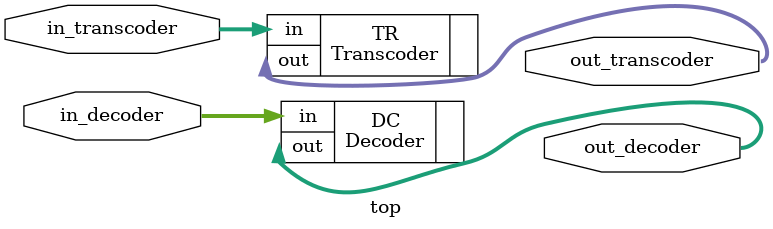
<source format=v>
`timescale 1ns / 1ps


module top(input [3:0] in_transcoder, // by default input wire
            input [1:0] in_decoder,
            output [6:0] out_transcoder, // by default output wire
            output [3:0] out_decoder

    );
    
    Transcoder TR(.in(in_transcoder), .out(out_transcoder)); // .in / .out are ports  in_trans/out_trans are signals
    Decoder DC(.in(in_decoder), .out(out_decoder));
endmodule

</source>
